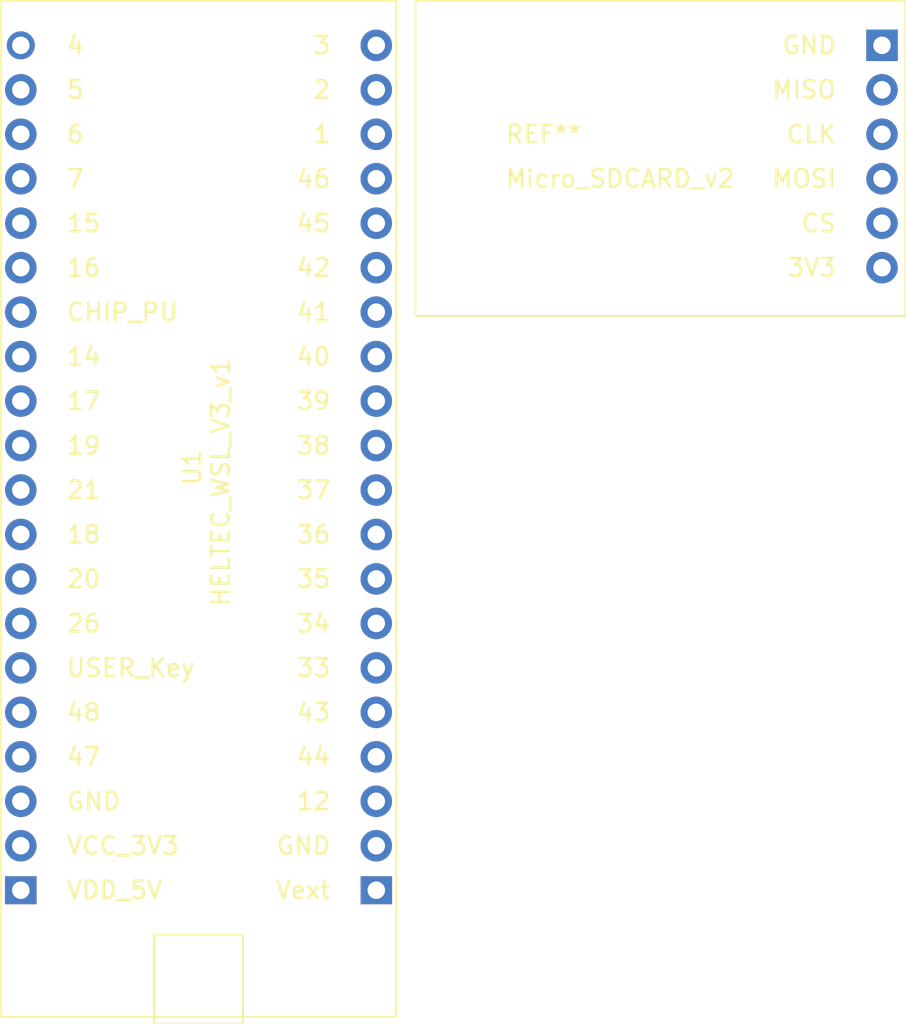
<source format=kicad_pcb>
(kicad_pcb (version 20241229) (generator "pcbnew") (generator_version "9.0")
  (layers (0 "F.Cu" signal) (2 "B.Cu" signal) (13 "F.Paste" user) (15 "B.Paste" user) (5 "F.SilkS" user "F.Silkscreen") (7 "B.SilkS" user "B.Silkscreen") (1 "F.Mask" user) (3 "B.Mask" user) (25 "Edge.Cuts" user))
  (net 0 "")
  (footprint "Custom Board:Heltec_WSL_V3_v1" (layer "F.Cu") (at 88.9 72.39)
    (property "Reference" "U1" (at -0.36 -3.81 90) (layer "F.SilkS"))
    (property "Value" "Heltec_WSL_V3")
    (fp_rect (start -11.3 -30.48) (end 11.3 27.55) (stroke (width 0.1)) (fill no) (layer "F.SilkS"))
    (fp_rect (start -2.54 22.86) (end 2.54 27.94) (stroke (width 0.1)) (fill no) (layer "F.SilkS"))
    (fp_text user "21" (at -7.62 -2.54 0) (layer "F.SilkS") (effects (justify left)))
    (fp_text user "4" (at -7.62 -27.94 0) (layer "F.SilkS") (effects (justify left)))
    (fp_text user "37" (at 7.62 -2.54 0) (layer "F.SilkS") (effects (justify right)))
    (fp_text user "35" (at 7.62 2.54 0) (layer "F.SilkS") (effects (justify right)))
    (fp_text user "18" (at -7.62 0 0) (layer "F.SilkS") (effects (justify left)))
    (fp_text user "HELTEC_WSL_V3_v1" (at 1.27 -10.16 90) (layer "F.SilkS") (effects (justify right)))
    (fp_text user "USER_Key" (at -7.62 7.62 0) (layer "F.SilkS") (effects (justify left)))
    (fp_text user "VDD_5V" (at -7.62 20.32 0) (layer "F.SilkS") (effects (justify left)))
    (fp_text user "14" (at -7.62 -10.16 0) (layer "F.SilkS") (effects (justify left)))
    (fp_text user "43" (at 7.62 10.16 0) (layer "F.SilkS") (effects (justify right)))
    (fp_text user "6" (at -7.62 -22.86 0) (layer "F.SilkS") (effects (justify left)))
    (fp_text user "33" (at 7.62 7.62 0) (layer "F.SilkS") (effects (justify right)))
    (fp_text user "Vext" (at 7.62 20.32 0) (layer "F.SilkS") (effects (justify right)))
    (fp_text user "26" (at -7.62 5.08 0) (layer "F.SilkS") (effects (justify left)))
    (fp_text user "3" (at 7.62 -27.94 0) (layer "F.SilkS") (effects (justify right)))
    (fp_text user "19" (at -7.62 -5.08 0) (layer "F.SilkS") (effects (justify left)))
    (fp_text user "46" (at 7.62 -20.32 0) (layer "F.SilkS") (effects (justify right)))
    (fp_text user "45" (at 7.62 -17.78 0) (layer "F.SilkS") (effects (justify right)))
    (fp_text user "VCC_3V3" (at -7.62 17.78 0) (layer "F.SilkS") (effects (justify left)))
    (fp_text user "41" (at 7.62 -12.7 0) (layer "F.SilkS") (effects (justify right)))
    (fp_text user "7" (at -7.62 -20.32 0) (layer "F.SilkS") (effects (justify left)))
    (fp_text user "GND" (at 7.62 17.78 0) (layer "F.SilkS") (effects (justify right)))
    (fp_text user "44" (at 7.62 12.7 0) (layer "F.SilkS") (effects (justify right)))
    (fp_text user "48" (at -7.62 10.16 0) (layer "F.SilkS") (effects (justify left)))
    (fp_text user "20" (at -7.62 2.54 0) (layer "F.SilkS") (effects (justify left)))
    (fp_text user "40" (at 7.62 -10.16 0) (layer "F.SilkS") (effects (justify right)))
    (fp_text user "16" (at -7.62 -15.24 0) (layer "F.SilkS") (effects (justify left)))
    (fp_text user "1" (at 7.62 -22.86 0) (layer "F.SilkS") (effects (justify right)))
    (fp_text user "5" (at -7.62 -25.4 0) (layer "F.SilkS") (effects (justify left)))
    (fp_text user "36" (at 7.62 0 0) (layer "F.SilkS") (effects (justify right)))
    (fp_text user "47" (at -7.62 12.7 0) (layer "F.SilkS") (effects (justify left)))
    (fp_text user "34" (at 7.62 5.08 0) (layer "F.SilkS") (effects (justify right)))
    (fp_text user "15" (at -7.62 -17.78 0) (layer "F.SilkS") (effects (justify left)))
    (fp_text user "2" (at 7.62 -25.4 0) (layer "F.SilkS") (effects (justify right)))
    (fp_text user "12" (at 7.62 15.24 0) (layer "F.SilkS") (effects (justify right)))
    (fp_text user "17" (at -7.62 -7.62 0) (layer "F.SilkS") (effects (justify left)))
    (fp_text user "38" (at 7.62 -5.08 0) (layer "F.SilkS") (effects (justify right)))
    (fp_text user "39" (at 7.62 -7.62 0) (layer "F.SilkS") (effects (justify right)))
    (fp_text user "42" (at 7.62 -15.24 0) (layer "F.SilkS") (effects (justify right)))
    (fp_text user "GND" (at -7.62 15.24 0) (layer "F.SilkS") (effects (justify left)))
    (fp_text user "CHIP_PU" (at -7.62 -12.7 0) (layer "F.SilkS") (effects (justify left)))
    (pad "1" thru_hole rect (at 10.16 20.32) (size 1.8 1.6) (drill 1) (layers "*.Cu" "*.Mask"))
    (pad "2" thru_hole circle (at 10.16 17.78 270) (size 1.8 1.8) (drill 1) (layers "*.Cu" "*.Mask"))
    (pad "3" thru_hole circle (at 10.16 15.24 270) (size 1.8 1.8) (drill 1) (layers "*.Cu" "*.Mask"))
    (pad "4" thru_hole circle (at 10.16 12.7 270) (size 1.8 1.8) (drill 1) (layers "*.Cu" "*.Mask"))
    (pad "5" thru_hole circle (at 10.16 10.16 270) (size 1.8 1.8) (drill 1) (layers "*.Cu" "*.Mask"))
    (pad "6" thru_hole circle (at 10.16 7.62 270) (size 1.8 1.8) (drill 1) (layers "*.Cu" "*.Mask"))
    (pad "7" thru_hole circle (at 10.16 5.08 270) (size 1.8 1.8) (drill 1) (layers "*.Cu" "*.Mask"))
    (pad "8" thru_hole circle (at 10.16 2.54 270) (size 1.8 1.8) (drill 1) (layers "*.Cu" "*.Mask"))
    (pad "9" thru_hole circle (at 10.16 0 270) (size 1.8 1.8) (drill 1) (layers "*.Cu" "*.Mask"))
    (pad "10" thru_hole circle (at 10.16 -2.54 270) (size 1.8 1.8) (drill 1) (layers "*.Cu" "*.Mask"))
    (pad "11" thru_hole circle (at 10.16 -5.08 270) (size 1.8 1.8) (drill 1) (layers "*.Cu" "*.Mask"))
    (pad "12" thru_hole circle (at 10.16 -7.62 270) (size 1.8 1.8) (drill 1) (layers "*.Cu" "*.Mask"))
    (pad "13" thru_hole circle (at 10.16 -10.16 270) (size 1.8 1.8) (drill 1) (layers "*.Cu" "*.Mask"))
    (pad "14" thru_hole circle (at 10.16 -12.7 270) (size 1.8 1.8) (drill 1) (layers "*.Cu" "*.Mask"))
    (pad "15" thru_hole circle (at 10.16 -15.24 270) (size 1.8 1.8) (drill 1) (layers "*.Cu" "*.Mask"))
    (pad "16" thru_hole circle (at 10.16 -17.78 270) (size 1.8 1.8) (drill 1) (layers "*.Cu" "*.Mask"))
    (pad "17" thru_hole circle (at 10.16 -20.32 270) (size 1.8 1.8) (drill 1) (layers "*.Cu" "*.Mask"))
    (pad "18" thru_hole circle (at 10.16 -22.86 270) (size 1.8 1.8) (drill 1) (layers "*.Cu" "*.Mask"))
    (pad "19" thru_hole circle (at 10.16 -25.4 270) (size 1.8 1.8) (drill 1) (layers "*.Cu" "*.Mask"))
    (pad "20" thru_hole circle (at 10.16 -27.94 270) (size 1.8 1.8) (drill 1) (layers "*.Cu" "*.Mask"))
    (pad "21" thru_hole rect (at -10.16 20.32) (size 1.8 1.6) (drill 1) (layers "*.Cu" "*.Mask"))
    (pad "22" thru_hole circle (at -10.16 17.78 270) (size 1.8 1.8) (drill 1) (layers "*.Cu" "*.Mask"))
    (pad "23" thru_hole circle (at -10.16 15.24 270) (size 1.8 1.8) (drill 1) (layers "*.Cu" "*.Mask"))
    (pad "24" thru_hole circle (at -10.16 12.7 270) (size 1.8 1.8) (drill 1) (layers "*.Cu" "*.Mask"))
    (pad "25" thru_hole circle (at -10.16 10.16 270) (size 1.8 1.8) (drill 1) (layers "*.Cu" "*.Mask"))
    (pad "26" thru_hole circle (at -10.16 7.62 270) (size 1.8 1.8) (drill 1) (layers "*.Cu" "*.Mask"))
    (pad "27" thru_hole circle (at -10.16 5.08 270) (size 1.8 1.8) (drill 1) (layers "*.Cu" "*.Mask"))
    (pad "28" thru_hole circle (at -10.16 2.54 270) (size 1.8 1.8) (drill 1) (layers "*.Cu" "*.Mask"))
    (pad "29" thru_hole circle (at -10.16 0 270) (size 1.8 1.8) (drill 1) (layers "*.Cu" "*.Mask"))
    (pad "30" thru_hole circle (at -10.16 -2.54 270) (size 1.8 1.8) (drill 1) (layers "*.Cu" "*.Mask"))
    (pad "31" thru_hole circle (at -10.16 -5.08 270) (size 1.8 1.8) (drill 1) (layers "*.Cu" "*.Mask"))
    (pad "32" thru_hole circle (at -10.16 -7.62 270) (size 1.8 1.8) (drill 1) (layers "*.Cu" "*.Mask"))
    (pad "33" thru_hole circle (at -10.16 -10.16 270) (size 1.8 1.8) (drill 1) (layers "*.Cu" "*.Mask"))
    (pad "34" thru_hole circle (at -10.16 -12.7 270) (size 1.8 1.8) (drill 1) (layers "*.Cu" "*.Mask"))
    (pad "35" thru_hole circle (at -10.16 -15.24 270) (size 1.8 1.8) (drill 1) (layers "*.Cu" "*.Mask"))
    (pad "36" thru_hole circle (at -10.16 -17.78 270) (size 1.8 1.8) (drill 1) (layers "*.Cu" "*.Mask"))
    (pad "37" thru_hole circle (at -10.16 -20.32 270) (size 1.8 1.8) (drill 1) (layers "*.Cu" "*.Mask"))
    (pad "38" thru_hole circle (at -10.16 -22.86 270) (size 1.8 1.8) (drill 1) (layers "*.Cu" "*.Mask"))
    (pad "39" thru_hole circle (at -10.16 -25.4 270) (size 1.8 1.8) (drill 1) (layers "*.Cu" "*.Mask"))
    (pad "40" thru_hole circle (at -10.16 -27.94 270) (size 1.6 1.6) (drill 1) (layers "*.Cu" "*.Mask"))
  )
  (footprint "Custom Board:Micro_SDCARD_v2" (layer "F.Cu") (at 115.27 50.8)
    (property "Reference" "U2" (hide yes))
    (property "Value" "Micro_SDCARD_v2" (hide yes))
    (fp_rect (start -13.97 -8.89) (end 14.03 9.11) (stroke (width 0.1)) (fill no) (layer "F.SilkS"))
    (fp_text user "Micro_SDCARD_v2" (at -8.89 1.27 0) (layer "F.SilkS") (effects (justify left)))
    (fp_text user "REF**" (at -8.89 -1.27 0) (layer "F.SilkS") (effects (justify left)))
    (fp_text user "CS" (at 10.16 3.81 0) (layer "F.SilkS") (effects (justify right)))
    (fp_text user "MOSI" (at 10.16 1.27 0) (layer "F.SilkS") (effects (justify right)))
    (fp_text user "3V3" (at 10.16 6.35 0) (layer "F.SilkS") (effects (justify right)))
    (fp_text user "CLK" (at 10.16 -1.27 0) (layer "F.SilkS") (effects (justify right)))
    (fp_text user "MISO" (at 10.16 -3.81 0) (layer "F.SilkS") (effects (justify right)))
    (fp_text user "GND" (at 10.16 -6.35 0) (layer "F.SilkS") (effects (justify right)))
    (pad "1" thru_hole rect (at 12.7 -6.35 270) (size 1.8 1.8) (drill 1) (layers "*.Cu" "*.Mask"))
    (pad "2" thru_hole circle (at 12.7 -3.81 270) (size 1.8 1.8) (drill 1) (layers "*.Cu" "*.Mask"))
    (pad "3" thru_hole circle (at 12.7 -1.27 270) (size 1.8 1.8) (drill 1) (layers "*.Cu" "*.Mask"))
    (pad "4" thru_hole circle (at 12.7 1.27 270) (size 1.8 1.8) (drill 1) (layers "*.Cu" "*.Mask"))
    (pad "5" thru_hole circle (at 12.7 3.81 270) (size 1.8 1.8) (drill 1) (layers "*.Cu" "*.Mask"))
    (pad "6" thru_hole circle (at 12.7 6.35 270) (size 1.8 1.8) (drill 1) (layers "*.Cu" "*.Mask"))
  )
)
</source>
